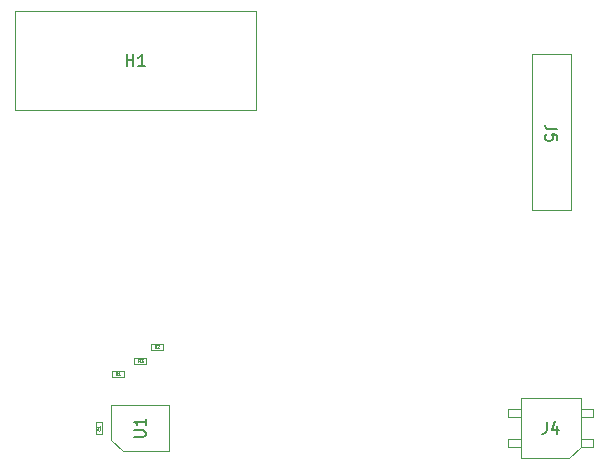
<source format=gbr>
G04 #@! TF.GenerationSoftware,KiCad,Pcbnew,9.0.0*
G04 #@! TF.CreationDate,2025-04-07T23:01:42+01:00*
G04 #@! TF.ProjectId,ephys-test-module-32,65706879-732d-4746-9573-742d6d6f6475,A*
G04 #@! TF.SameCoordinates,Original*
G04 #@! TF.FileFunction,AssemblyDrawing,Top*
%FSLAX46Y46*%
G04 Gerber Fmt 4.6, Leading zero omitted, Abs format (unit mm)*
G04 Created by KiCad (PCBNEW 9.0.0) date 2025-04-07 23:01:42*
%MOMM*%
%LPD*%
G01*
G04 APERTURE LIST*
%ADD10C,0.150000*%
%ADD11C,0.040000*%
%ADD12C,0.100000*%
G04 APERTURE END LIST*
D10*
X157616666Y-125154819D02*
X157616666Y-125869104D01*
X157616666Y-125869104D02*
X157569047Y-126011961D01*
X157569047Y-126011961D02*
X157473809Y-126107200D01*
X157473809Y-126107200D02*
X157330952Y-126154819D01*
X157330952Y-126154819D02*
X157235714Y-126154819D01*
X158521428Y-125488152D02*
X158521428Y-126154819D01*
X158283333Y-125107200D02*
X158045238Y-125821485D01*
X158045238Y-125821485D02*
X158664285Y-125821485D01*
X158495180Y-100386666D02*
X157780895Y-100386666D01*
X157780895Y-100386666D02*
X157638038Y-100339047D01*
X157638038Y-100339047D02*
X157542800Y-100243809D01*
X157542800Y-100243809D02*
X157495180Y-100100952D01*
X157495180Y-100100952D02*
X157495180Y-100005714D01*
X158495180Y-101339047D02*
X158495180Y-100862857D01*
X158495180Y-100862857D02*
X158018990Y-100815238D01*
X158018990Y-100815238D02*
X158066609Y-100862857D01*
X158066609Y-100862857D02*
X158114228Y-100958095D01*
X158114228Y-100958095D02*
X158114228Y-101196190D01*
X158114228Y-101196190D02*
X158066609Y-101291428D01*
X158066609Y-101291428D02*
X158018990Y-101339047D01*
X158018990Y-101339047D02*
X157923752Y-101386666D01*
X157923752Y-101386666D02*
X157685657Y-101386666D01*
X157685657Y-101386666D02*
X157590419Y-101339047D01*
X157590419Y-101339047D02*
X157542800Y-101291428D01*
X157542800Y-101291428D02*
X157495180Y-101196190D01*
X157495180Y-101196190D02*
X157495180Y-100958095D01*
X157495180Y-100958095D02*
X157542800Y-100862857D01*
X157542800Y-100862857D02*
X157590419Y-100815238D01*
D11*
X123156667Y-120118200D02*
X123070000Y-119994391D01*
X123008095Y-120118200D02*
X123008095Y-119858200D01*
X123008095Y-119858200D02*
X123107143Y-119858200D01*
X123107143Y-119858200D02*
X123131905Y-119870581D01*
X123131905Y-119870581D02*
X123144286Y-119882962D01*
X123144286Y-119882962D02*
X123156667Y-119907724D01*
X123156667Y-119907724D02*
X123156667Y-119944867D01*
X123156667Y-119944867D02*
X123144286Y-119969629D01*
X123144286Y-119969629D02*
X123131905Y-119982010D01*
X123131905Y-119982010D02*
X123107143Y-119994391D01*
X123107143Y-119994391D02*
X123008095Y-119994391D01*
X123243333Y-119858200D02*
X123404286Y-119858200D01*
X123404286Y-119858200D02*
X123317619Y-119957248D01*
X123317619Y-119957248D02*
X123354762Y-119957248D01*
X123354762Y-119957248D02*
X123379524Y-119969629D01*
X123379524Y-119969629D02*
X123391905Y-119982010D01*
X123391905Y-119982010D02*
X123404286Y-120006772D01*
X123404286Y-120006772D02*
X123404286Y-120068677D01*
X123404286Y-120068677D02*
X123391905Y-120093439D01*
X123391905Y-120093439D02*
X123379524Y-120105820D01*
X123379524Y-120105820D02*
X123354762Y-120118200D01*
X123354762Y-120118200D02*
X123280476Y-120118200D01*
X123280476Y-120118200D02*
X123255714Y-120105820D01*
X123255714Y-120105820D02*
X123243333Y-120093439D01*
X121256667Y-121218200D02*
X121170000Y-121094391D01*
X121108095Y-121218200D02*
X121108095Y-120958200D01*
X121108095Y-120958200D02*
X121207143Y-120958200D01*
X121207143Y-120958200D02*
X121231905Y-120970581D01*
X121231905Y-120970581D02*
X121244286Y-120982962D01*
X121244286Y-120982962D02*
X121256667Y-121007724D01*
X121256667Y-121007724D02*
X121256667Y-121044867D01*
X121256667Y-121044867D02*
X121244286Y-121069629D01*
X121244286Y-121069629D02*
X121231905Y-121082010D01*
X121231905Y-121082010D02*
X121207143Y-121094391D01*
X121207143Y-121094391D02*
X121108095Y-121094391D01*
X121504286Y-121218200D02*
X121355714Y-121218200D01*
X121430000Y-121218200D02*
X121430000Y-120958200D01*
X121430000Y-120958200D02*
X121405238Y-120995343D01*
X121405238Y-120995343D02*
X121380476Y-121020105D01*
X121380476Y-121020105D02*
X121355714Y-121032486D01*
D10*
X122038095Y-95054819D02*
X122038095Y-94054819D01*
X122038095Y-94531009D02*
X122609523Y-94531009D01*
X122609523Y-95054819D02*
X122609523Y-94054819D01*
X123609523Y-95054819D02*
X123038095Y-95054819D01*
X123323809Y-95054819D02*
X123323809Y-94054819D01*
X123323809Y-94054819D02*
X123228571Y-94197676D01*
X123228571Y-94197676D02*
X123133333Y-94292914D01*
X123133333Y-94292914D02*
X123038095Y-94340533D01*
X122665566Y-126446666D02*
X123458900Y-126446666D01*
X123458900Y-126446666D02*
X123552233Y-126400000D01*
X123552233Y-126400000D02*
X123598900Y-126353333D01*
X123598900Y-126353333D02*
X123645566Y-126260000D01*
X123645566Y-126260000D02*
X123645566Y-126073333D01*
X123645566Y-126073333D02*
X123598900Y-125980000D01*
X123598900Y-125980000D02*
X123552233Y-125933333D01*
X123552233Y-125933333D02*
X123458900Y-125886666D01*
X123458900Y-125886666D02*
X122665566Y-125886666D01*
X123645566Y-124906666D02*
X123645566Y-125466666D01*
X123645566Y-125186666D02*
X122665566Y-125186666D01*
X122665566Y-125186666D02*
X122805566Y-125279999D01*
X122805566Y-125279999D02*
X122898900Y-125373333D01*
X122898900Y-125373333D02*
X122945566Y-125466666D01*
D11*
X124556667Y-118918200D02*
X124470000Y-118794391D01*
X124408095Y-118918200D02*
X124408095Y-118658200D01*
X124408095Y-118658200D02*
X124507143Y-118658200D01*
X124507143Y-118658200D02*
X124531905Y-118670581D01*
X124531905Y-118670581D02*
X124544286Y-118682962D01*
X124544286Y-118682962D02*
X124556667Y-118707724D01*
X124556667Y-118707724D02*
X124556667Y-118744867D01*
X124556667Y-118744867D02*
X124544286Y-118769629D01*
X124544286Y-118769629D02*
X124531905Y-118782010D01*
X124531905Y-118782010D02*
X124507143Y-118794391D01*
X124507143Y-118794391D02*
X124408095Y-118794391D01*
X124655714Y-118682962D02*
X124668095Y-118670581D01*
X124668095Y-118670581D02*
X124692857Y-118658200D01*
X124692857Y-118658200D02*
X124754762Y-118658200D01*
X124754762Y-118658200D02*
X124779524Y-118670581D01*
X124779524Y-118670581D02*
X124791905Y-118682962D01*
X124791905Y-118682962D02*
X124804286Y-118707724D01*
X124804286Y-118707724D02*
X124804286Y-118732486D01*
X124804286Y-118732486D02*
X124791905Y-118769629D01*
X124791905Y-118769629D02*
X124643333Y-118918200D01*
X124643333Y-118918200D02*
X124804286Y-118918200D01*
X119789765Y-125741666D02*
X119801670Y-125753570D01*
X119801670Y-125753570D02*
X119813574Y-125789285D01*
X119813574Y-125789285D02*
X119813574Y-125813094D01*
X119813574Y-125813094D02*
X119801670Y-125848808D01*
X119801670Y-125848808D02*
X119777860Y-125872618D01*
X119777860Y-125872618D02*
X119754050Y-125884523D01*
X119754050Y-125884523D02*
X119706431Y-125896427D01*
X119706431Y-125896427D02*
X119670717Y-125896427D01*
X119670717Y-125896427D02*
X119623098Y-125884523D01*
X119623098Y-125884523D02*
X119599289Y-125872618D01*
X119599289Y-125872618D02*
X119575479Y-125848808D01*
X119575479Y-125848808D02*
X119563574Y-125813094D01*
X119563574Y-125813094D02*
X119563574Y-125789285D01*
X119563574Y-125789285D02*
X119575479Y-125753570D01*
X119575479Y-125753570D02*
X119587384Y-125741666D01*
X119813574Y-125503570D02*
X119813574Y-125646427D01*
X119813574Y-125574999D02*
X119563574Y-125574999D01*
X119563574Y-125574999D02*
X119599289Y-125598808D01*
X119599289Y-125598808D02*
X119623098Y-125622618D01*
X119623098Y-125622618D02*
X119635003Y-125646427D01*
D12*
G04 #@! TO.C,J4*
X154350000Y-124110000D02*
X155410000Y-124110000D01*
X154350000Y-124750000D02*
X154350000Y-124110000D01*
X154350000Y-126650000D02*
X155410000Y-126650000D01*
X154350000Y-127290000D02*
X154350000Y-126650000D01*
X155410000Y-123160000D02*
X160490000Y-123160000D01*
X155410000Y-124750000D02*
X154350000Y-124750000D01*
X155410000Y-127290000D02*
X154350000Y-127290000D01*
X155410000Y-128240000D02*
X155410000Y-123160000D01*
X159540000Y-128240000D02*
X155410000Y-128240000D01*
X160490000Y-123160000D02*
X160490000Y-127290000D01*
X160490000Y-124750000D02*
X161550000Y-124750000D01*
X160490000Y-127290000D02*
X159540000Y-128240000D01*
X160490000Y-127290000D02*
X161550000Y-127290000D01*
X161550000Y-124110000D02*
X160490000Y-124110000D01*
X161550000Y-124750000D02*
X161550000Y-124110000D01*
X161550000Y-126650000D02*
X160490000Y-126650000D01*
X161550000Y-127290000D02*
X161550000Y-126650000D01*
G04 #@! TO.C,J5*
X156345419Y-107220000D02*
X159650000Y-107220000D01*
X156350000Y-93985000D02*
X156345419Y-107220000D01*
X159650000Y-93985000D02*
X156350000Y-93985208D01*
X159650000Y-107220000D02*
X159650000Y-93985000D01*
G04 #@! TO.C,R3*
X122675000Y-119730000D02*
X123725000Y-119730000D01*
X122675000Y-120270000D02*
X122675000Y-119730000D01*
X123725000Y-119730000D02*
X123725000Y-120270000D01*
X123725000Y-120270000D02*
X122675000Y-120270000D01*
G04 #@! TO.C,R1*
X120775000Y-120830000D02*
X121825000Y-120830000D01*
X120775000Y-121370000D02*
X120775000Y-120830000D01*
X121825000Y-120830000D02*
X121825000Y-121370000D01*
X121825000Y-121370000D02*
X120775000Y-121370000D01*
G04 #@! TO.C,H1*
X112600000Y-90400000D02*
X133000000Y-90400000D01*
X133000000Y-98800000D01*
X112600000Y-98800000D01*
X112600000Y-90400000D01*
G04 #@! TO.C,U1*
X120750000Y-123750000D02*
X125650000Y-123750000D01*
X120750000Y-126675000D02*
X120750000Y-123750000D01*
X121725000Y-127650000D02*
X120750000Y-126675000D01*
X125650000Y-123750000D02*
X125650000Y-127650000D01*
X125650000Y-127650000D02*
X121725000Y-127650000D01*
G04 #@! TO.C,R2*
X124075000Y-118530000D02*
X125125000Y-118530000D01*
X124075000Y-119070000D02*
X124075000Y-118530000D01*
X125125000Y-118530000D02*
X125125000Y-119070000D01*
X125125000Y-119070000D02*
X124075000Y-119070000D01*
G04 #@! TO.C,C1*
X119450000Y-125200000D02*
X119950000Y-125200000D01*
X119450000Y-126200000D02*
X119450000Y-125200000D01*
X119950000Y-125200000D02*
X119950000Y-126200000D01*
X119950000Y-126200000D02*
X119450000Y-126200000D01*
G04 #@! TD*
M02*

</source>
